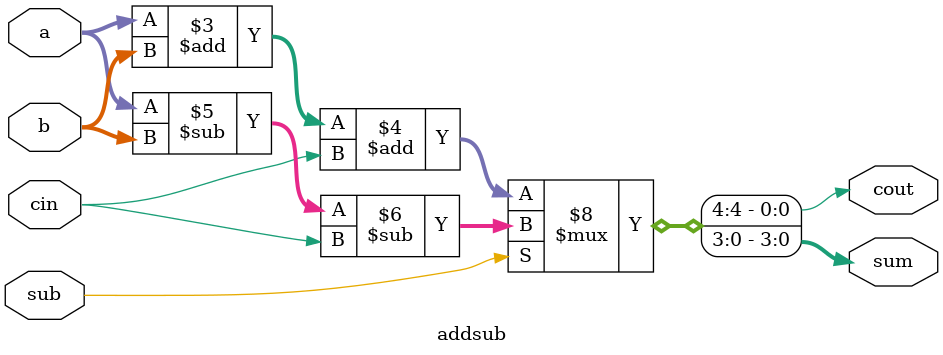
<source format=v>
module addsub
#(parameter WIDTH = 4)(
  output reg [WIDTH-1:0] sum,
  output reg             cout,
  input      [WIDTH-1:0] a,
  input      [WIDTH-1:0] b,
  input                  cin,
  input                  sub
);

always @ (*) begin
  if (!sub) {cout,sum} = a + b + cin;
  else      {cout,sum} = a - b - cin;
end

endmodule

</source>
